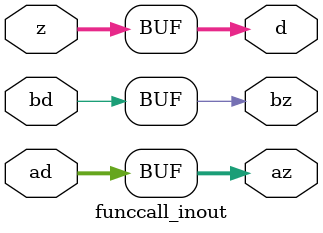
<source format=v>
module funccall_inout (d, ad, bd, z, az, bz);
  parameter integer ram_id = 1;
  parameter integer width = 8;
  parameter integer addr_width = 8;
  output [width-1:0]       d;
  input  [addr_width-1:0]  ad;
  input                    bd;
  input  [width-1:0]       z;
  output [addr_width-1:0]  az;
  output                   bz;
  wire   [width-1:0]       d;
  wire   [addr_width-1:0]  az;
  wire                     bz;
  assign d  = z;
  assign az = ad;
  assign bz = bd;
endmodule
</source>
